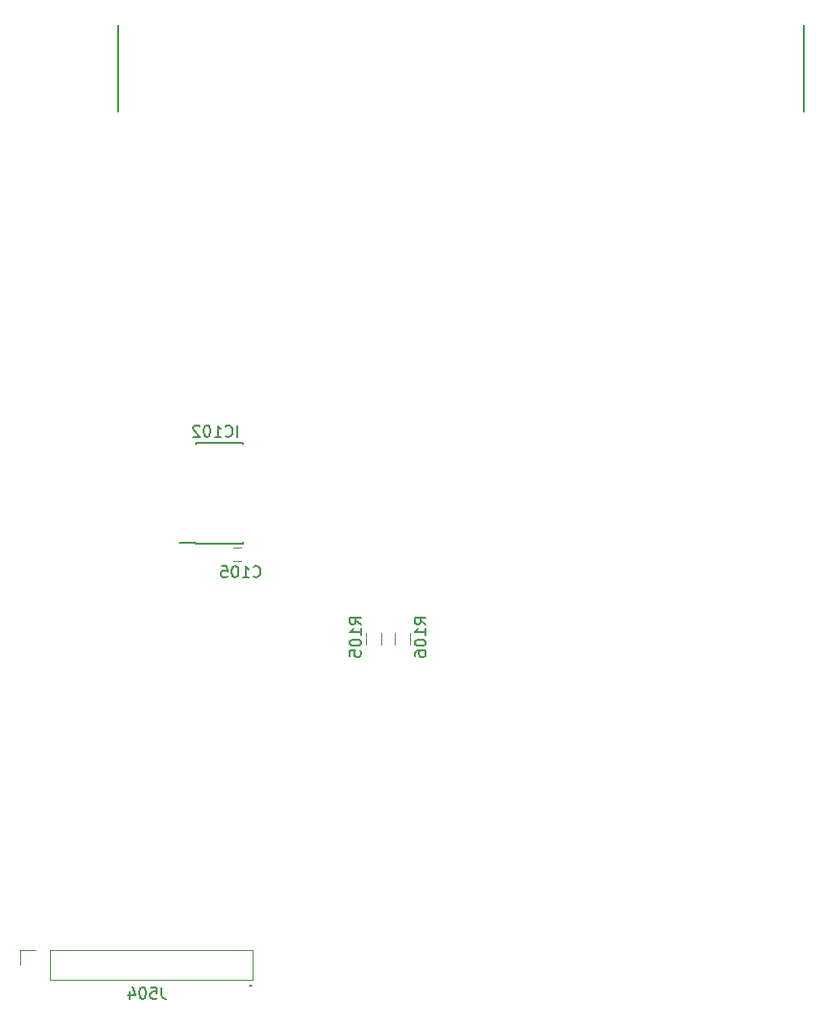
<source format=gbo>
%TF.GenerationSoftware,KiCad,Pcbnew,(5.1.8)-1*%
%TF.CreationDate,2020-12-05T18:28:33+00:00*%
%TF.ProjectId,ZX21,5a583231-2e6b-4696-9361-645f70636258,v01*%
%TF.SameCoordinates,Original*%
%TF.FileFunction,Legend,Bot*%
%TF.FilePolarity,Positive*%
%FSLAX46Y46*%
G04 Gerber Fmt 4.6, Leading zero omitted, Abs format (unit mm)*
G04 Created by KiCad (PCBNEW (5.1.8)-1) date 2020-12-05 18:28:33*
%MOMM*%
%LPD*%
G01*
G04 APERTURE LIST*
%ADD10C,0.120000*%
%ADD11C,0.150000*%
G04 APERTURE END LIST*
D10*
%TO.C,J504*%
X124520000Y-119320000D02*
X124520000Y-121980000D01*
X106680000Y-119320000D02*
X124520000Y-119320000D01*
X106680000Y-121980000D02*
X124520000Y-121980000D01*
X106680000Y-119320000D02*
X106680000Y-121980000D01*
X105410000Y-119320000D02*
X104080000Y-119320000D01*
X104080000Y-119320000D02*
X104080000Y-120650000D01*
D11*
X124460000Y-122450000D02*
X124310000Y-122450000D01*
D10*
%TO.C,R106*%
X137115000Y-91427500D02*
X137115000Y-92427500D01*
X138475000Y-92427500D02*
X138475000Y-91427500D01*
%TO.C,C105*%
X122840000Y-85055000D02*
X123540000Y-85055000D01*
X123540000Y-83855000D02*
X122840000Y-83855000D01*
%TO.C,R105*%
X134575000Y-91405000D02*
X134575000Y-92405000D01*
X135935000Y-92405000D02*
X135935000Y-91405000D01*
D11*
%TO.C,IC102*%
X119527500Y-83482500D02*
X118152500Y-83482500D01*
X119527500Y-74607500D02*
X123677500Y-74607500D01*
X119527500Y-83507500D02*
X123677500Y-83507500D01*
X119527500Y-74607500D02*
X119527500Y-74722500D01*
X123677500Y-74607500D02*
X123677500Y-74722500D01*
X123677500Y-83507500D02*
X123677500Y-83392500D01*
X119527500Y-83507500D02*
X119527500Y-83482500D01*
%TO.C,EDGE1*%
X173164500Y-37782500D02*
X173164500Y-45402500D01*
X112712500Y-45402500D02*
X112712500Y-37782500D01*
%TO.C,J504*%
X116538214Y-122642380D02*
X116538214Y-123356666D01*
X116585833Y-123499523D01*
X116681071Y-123594761D01*
X116823928Y-123642380D01*
X116919166Y-123642380D01*
X115585833Y-122642380D02*
X116062023Y-122642380D01*
X116109642Y-123118571D01*
X116062023Y-123070952D01*
X115966785Y-123023333D01*
X115728690Y-123023333D01*
X115633452Y-123070952D01*
X115585833Y-123118571D01*
X115538214Y-123213809D01*
X115538214Y-123451904D01*
X115585833Y-123547142D01*
X115633452Y-123594761D01*
X115728690Y-123642380D01*
X115966785Y-123642380D01*
X116062023Y-123594761D01*
X116109642Y-123547142D01*
X114919166Y-122642380D02*
X114823928Y-122642380D01*
X114728690Y-122690000D01*
X114681071Y-122737619D01*
X114633452Y-122832857D01*
X114585833Y-123023333D01*
X114585833Y-123261428D01*
X114633452Y-123451904D01*
X114681071Y-123547142D01*
X114728690Y-123594761D01*
X114823928Y-123642380D01*
X114919166Y-123642380D01*
X115014404Y-123594761D01*
X115062023Y-123547142D01*
X115109642Y-123451904D01*
X115157261Y-123261428D01*
X115157261Y-123023333D01*
X115109642Y-122832857D01*
X115062023Y-122737619D01*
X115014404Y-122690000D01*
X114919166Y-122642380D01*
X113728690Y-122975714D02*
X113728690Y-123642380D01*
X113966785Y-122594761D02*
X114204880Y-123309047D01*
X113585833Y-123309047D01*
%TO.C,R106*%
X139834880Y-90638452D02*
X139358690Y-90305119D01*
X139834880Y-90067023D02*
X138834880Y-90067023D01*
X138834880Y-90447976D01*
X138882500Y-90543214D01*
X138930119Y-90590833D01*
X139025357Y-90638452D01*
X139168214Y-90638452D01*
X139263452Y-90590833D01*
X139311071Y-90543214D01*
X139358690Y-90447976D01*
X139358690Y-90067023D01*
X139834880Y-91590833D02*
X139834880Y-91019404D01*
X139834880Y-91305119D02*
X138834880Y-91305119D01*
X138977738Y-91209880D01*
X139072976Y-91114642D01*
X139120595Y-91019404D01*
X138834880Y-92209880D02*
X138834880Y-92305119D01*
X138882500Y-92400357D01*
X138930119Y-92447976D01*
X139025357Y-92495595D01*
X139215833Y-92543214D01*
X139453928Y-92543214D01*
X139644404Y-92495595D01*
X139739642Y-92447976D01*
X139787261Y-92400357D01*
X139834880Y-92305119D01*
X139834880Y-92209880D01*
X139787261Y-92114642D01*
X139739642Y-92067023D01*
X139644404Y-92019404D01*
X139453928Y-91971785D01*
X139215833Y-91971785D01*
X139025357Y-92019404D01*
X138930119Y-92067023D01*
X138882500Y-92114642D01*
X138834880Y-92209880D01*
X138834880Y-93400357D02*
X138834880Y-93209880D01*
X138882500Y-93114642D01*
X138930119Y-93067023D01*
X139072976Y-92971785D01*
X139263452Y-92924166D01*
X139644404Y-92924166D01*
X139739642Y-92971785D01*
X139787261Y-93019404D01*
X139834880Y-93114642D01*
X139834880Y-93305119D01*
X139787261Y-93400357D01*
X139739642Y-93447976D01*
X139644404Y-93495595D01*
X139406309Y-93495595D01*
X139311071Y-93447976D01*
X139263452Y-93400357D01*
X139215833Y-93305119D01*
X139215833Y-93114642D01*
X139263452Y-93019404D01*
X139311071Y-92971785D01*
X139406309Y-92924166D01*
%TO.C,C105*%
X124626547Y-86399642D02*
X124674166Y-86447261D01*
X124817023Y-86494880D01*
X124912261Y-86494880D01*
X125055119Y-86447261D01*
X125150357Y-86352023D01*
X125197976Y-86256785D01*
X125245595Y-86066309D01*
X125245595Y-85923452D01*
X125197976Y-85732976D01*
X125150357Y-85637738D01*
X125055119Y-85542500D01*
X124912261Y-85494880D01*
X124817023Y-85494880D01*
X124674166Y-85542500D01*
X124626547Y-85590119D01*
X123674166Y-86494880D02*
X124245595Y-86494880D01*
X123959880Y-86494880D02*
X123959880Y-85494880D01*
X124055119Y-85637738D01*
X124150357Y-85732976D01*
X124245595Y-85780595D01*
X123055119Y-85494880D02*
X122959880Y-85494880D01*
X122864642Y-85542500D01*
X122817023Y-85590119D01*
X122769404Y-85685357D01*
X122721785Y-85875833D01*
X122721785Y-86113928D01*
X122769404Y-86304404D01*
X122817023Y-86399642D01*
X122864642Y-86447261D01*
X122959880Y-86494880D01*
X123055119Y-86494880D01*
X123150357Y-86447261D01*
X123197976Y-86399642D01*
X123245595Y-86304404D01*
X123293214Y-86113928D01*
X123293214Y-85875833D01*
X123245595Y-85685357D01*
X123197976Y-85590119D01*
X123150357Y-85542500D01*
X123055119Y-85494880D01*
X121817023Y-85494880D02*
X122293214Y-85494880D01*
X122340833Y-85971071D01*
X122293214Y-85923452D01*
X122197976Y-85875833D01*
X121959880Y-85875833D01*
X121864642Y-85923452D01*
X121817023Y-85971071D01*
X121769404Y-86066309D01*
X121769404Y-86304404D01*
X121817023Y-86399642D01*
X121864642Y-86447261D01*
X121959880Y-86494880D01*
X122197976Y-86494880D01*
X122293214Y-86447261D01*
X122340833Y-86399642D01*
%TO.C,R105*%
X134119880Y-90638452D02*
X133643690Y-90305119D01*
X134119880Y-90067023D02*
X133119880Y-90067023D01*
X133119880Y-90447976D01*
X133167500Y-90543214D01*
X133215119Y-90590833D01*
X133310357Y-90638452D01*
X133453214Y-90638452D01*
X133548452Y-90590833D01*
X133596071Y-90543214D01*
X133643690Y-90447976D01*
X133643690Y-90067023D01*
X134119880Y-91590833D02*
X134119880Y-91019404D01*
X134119880Y-91305119D02*
X133119880Y-91305119D01*
X133262738Y-91209880D01*
X133357976Y-91114642D01*
X133405595Y-91019404D01*
X133119880Y-92209880D02*
X133119880Y-92305119D01*
X133167500Y-92400357D01*
X133215119Y-92447976D01*
X133310357Y-92495595D01*
X133500833Y-92543214D01*
X133738928Y-92543214D01*
X133929404Y-92495595D01*
X134024642Y-92447976D01*
X134072261Y-92400357D01*
X134119880Y-92305119D01*
X134119880Y-92209880D01*
X134072261Y-92114642D01*
X134024642Y-92067023D01*
X133929404Y-92019404D01*
X133738928Y-91971785D01*
X133500833Y-91971785D01*
X133310357Y-92019404D01*
X133215119Y-92067023D01*
X133167500Y-92114642D01*
X133119880Y-92209880D01*
X133119880Y-93447976D02*
X133119880Y-92971785D01*
X133596071Y-92924166D01*
X133548452Y-92971785D01*
X133500833Y-93067023D01*
X133500833Y-93305119D01*
X133548452Y-93400357D01*
X133596071Y-93447976D01*
X133691309Y-93495595D01*
X133929404Y-93495595D01*
X134024642Y-93447976D01*
X134072261Y-93400357D01*
X134119880Y-93305119D01*
X134119880Y-93067023D01*
X134072261Y-92971785D01*
X134024642Y-92924166D01*
%TO.C,IC102*%
X123213571Y-74112380D02*
X123213571Y-73112380D01*
X122165952Y-74017142D02*
X122213571Y-74064761D01*
X122356428Y-74112380D01*
X122451666Y-74112380D01*
X122594523Y-74064761D01*
X122689761Y-73969523D01*
X122737380Y-73874285D01*
X122785000Y-73683809D01*
X122785000Y-73540952D01*
X122737380Y-73350476D01*
X122689761Y-73255238D01*
X122594523Y-73160000D01*
X122451666Y-73112380D01*
X122356428Y-73112380D01*
X122213571Y-73160000D01*
X122165952Y-73207619D01*
X121213571Y-74112380D02*
X121785000Y-74112380D01*
X121499285Y-74112380D02*
X121499285Y-73112380D01*
X121594523Y-73255238D01*
X121689761Y-73350476D01*
X121785000Y-73398095D01*
X120594523Y-73112380D02*
X120499285Y-73112380D01*
X120404047Y-73160000D01*
X120356428Y-73207619D01*
X120308809Y-73302857D01*
X120261190Y-73493333D01*
X120261190Y-73731428D01*
X120308809Y-73921904D01*
X120356428Y-74017142D01*
X120404047Y-74064761D01*
X120499285Y-74112380D01*
X120594523Y-74112380D01*
X120689761Y-74064761D01*
X120737380Y-74017142D01*
X120785000Y-73921904D01*
X120832619Y-73731428D01*
X120832619Y-73493333D01*
X120785000Y-73302857D01*
X120737380Y-73207619D01*
X120689761Y-73160000D01*
X120594523Y-73112380D01*
X119880238Y-73207619D02*
X119832619Y-73160000D01*
X119737380Y-73112380D01*
X119499285Y-73112380D01*
X119404047Y-73160000D01*
X119356428Y-73207619D01*
X119308809Y-73302857D01*
X119308809Y-73398095D01*
X119356428Y-73540952D01*
X119927857Y-74112380D01*
X119308809Y-74112380D01*
%TD*%
M02*

</source>
